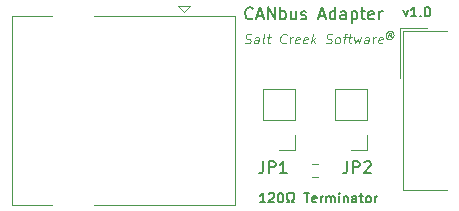
<source format=gbr>
%TF.GenerationSoftware,KiCad,Pcbnew,7.0.1*%
%TF.CreationDate,2023-10-03T11:55:05-04:00*%
%TF.ProjectId,CAN Adapter,43414e20-4164-4617-9074-65722e6b6963,rev?*%
%TF.SameCoordinates,Original*%
%TF.FileFunction,Legend,Top*%
%TF.FilePolarity,Positive*%
%FSLAX46Y46*%
G04 Gerber Fmt 4.6, Leading zero omitted, Abs format (unit mm)*
G04 Created by KiCad (PCBNEW 7.0.1) date 2023-10-03 11:55:05*
%MOMM*%
%LPD*%
G01*
G04 APERTURE LIST*
%ADD10C,0.076200*%
%ADD11C,0.127000*%
%ADD12C,0.101600*%
%ADD13C,0.150000*%
%ADD14C,0.120000*%
G04 APERTURE END LIST*
D10*
X154994428Y-83685259D02*
X154891619Y-83540116D01*
X154776714Y-83685259D02*
X154819047Y-83346592D01*
X154819047Y-83346592D02*
X154964190Y-83346592D01*
X154964190Y-83346592D02*
X155009547Y-83370782D01*
X155009547Y-83370782D02*
X155027690Y-83419163D01*
X155027690Y-83419163D02*
X155021642Y-83467544D01*
X155021642Y-83467544D02*
X154991404Y-83515925D01*
X154991404Y-83515925D02*
X154940000Y-83540116D01*
X154940000Y-83540116D02*
X154794857Y-83540116D01*
X154936976Y-83177259D02*
X154813000Y-83201449D01*
X154813000Y-83201449D02*
X154682976Y-83274020D01*
X154682976Y-83274020D02*
X154595285Y-83394973D01*
X154595285Y-83394973D02*
X154555976Y-83515925D01*
X154555976Y-83515925D02*
X154565047Y-83636878D01*
X154565047Y-83636878D02*
X154622500Y-83757830D01*
X154622500Y-83757830D02*
X154734380Y-83830401D01*
X154734380Y-83830401D02*
X154852309Y-83854592D01*
X154852309Y-83854592D02*
X154976285Y-83830401D01*
X154976285Y-83830401D02*
X155106309Y-83757830D01*
X155106309Y-83757830D02*
X155194000Y-83636878D01*
X155194000Y-83636878D02*
X155233309Y-83515925D01*
X155233309Y-83515925D02*
X155224238Y-83394973D01*
X155224238Y-83394973D02*
X155166785Y-83274020D01*
X155166785Y-83274020D02*
X155054904Y-83201449D01*
X155054904Y-83201449D02*
X154936976Y-83177259D01*
D11*
X156070300Y-81410683D02*
X156260800Y-81944083D01*
X156260800Y-81944083D02*
X156451300Y-81410683D01*
X157175200Y-81944083D02*
X156718000Y-81944083D01*
X156946600Y-81944083D02*
X156946600Y-81143983D01*
X156946600Y-81143983D02*
X156870400Y-81258283D01*
X156870400Y-81258283D02*
X156794200Y-81334483D01*
X156794200Y-81334483D02*
X156718000Y-81372583D01*
X157518100Y-81867883D02*
X157556200Y-81905983D01*
X157556200Y-81905983D02*
X157518100Y-81944083D01*
X157518100Y-81944083D02*
X157480000Y-81905983D01*
X157480000Y-81905983D02*
X157518100Y-81867883D01*
X157518100Y-81867883D02*
X157518100Y-81944083D01*
X158051500Y-81143983D02*
X158127700Y-81143983D01*
X158127700Y-81143983D02*
X158203900Y-81182083D01*
X158203900Y-81182083D02*
X158242000Y-81220183D01*
X158242000Y-81220183D02*
X158280100Y-81296383D01*
X158280100Y-81296383D02*
X158318200Y-81448783D01*
X158318200Y-81448783D02*
X158318200Y-81639283D01*
X158318200Y-81639283D02*
X158280100Y-81791683D01*
X158280100Y-81791683D02*
X158242000Y-81867883D01*
X158242000Y-81867883D02*
X158203900Y-81905983D01*
X158203900Y-81905983D02*
X158127700Y-81944083D01*
X158127700Y-81944083D02*
X158051500Y-81944083D01*
X158051500Y-81944083D02*
X157975300Y-81905983D01*
X157975300Y-81905983D02*
X157937200Y-81867883D01*
X157937200Y-81867883D02*
X157899100Y-81791683D01*
X157899100Y-81791683D02*
X157861000Y-81639283D01*
X157861000Y-81639283D02*
X157861000Y-81448783D01*
X157861000Y-81448783D02*
X157899100Y-81296383D01*
X157899100Y-81296383D02*
X157937200Y-81220183D01*
X157937200Y-81220183D02*
X157975300Y-81182083D01*
X157975300Y-81182083D02*
X158051500Y-81143983D01*
X144373600Y-97692083D02*
X143916400Y-97692083D01*
X144145000Y-97692083D02*
X144145000Y-96891983D01*
X144145000Y-96891983D02*
X144068800Y-97006283D01*
X144068800Y-97006283D02*
X143992600Y-97082483D01*
X143992600Y-97082483D02*
X143916400Y-97120583D01*
X144678400Y-96968183D02*
X144716500Y-96930083D01*
X144716500Y-96930083D02*
X144792700Y-96891983D01*
X144792700Y-96891983D02*
X144983200Y-96891983D01*
X144983200Y-96891983D02*
X145059400Y-96930083D01*
X145059400Y-96930083D02*
X145097500Y-96968183D01*
X145097500Y-96968183D02*
X145135600Y-97044383D01*
X145135600Y-97044383D02*
X145135600Y-97120583D01*
X145135600Y-97120583D02*
X145097500Y-97234883D01*
X145097500Y-97234883D02*
X144640300Y-97692083D01*
X144640300Y-97692083D02*
X145135600Y-97692083D01*
X145630900Y-96891983D02*
X145707100Y-96891983D01*
X145707100Y-96891983D02*
X145783300Y-96930083D01*
X145783300Y-96930083D02*
X145821400Y-96968183D01*
X145821400Y-96968183D02*
X145859500Y-97044383D01*
X145859500Y-97044383D02*
X145897600Y-97196783D01*
X145897600Y-97196783D02*
X145897600Y-97387283D01*
X145897600Y-97387283D02*
X145859500Y-97539683D01*
X145859500Y-97539683D02*
X145821400Y-97615883D01*
X145821400Y-97615883D02*
X145783300Y-97653983D01*
X145783300Y-97653983D02*
X145707100Y-97692083D01*
X145707100Y-97692083D02*
X145630900Y-97692083D01*
X145630900Y-97692083D02*
X145554700Y-97653983D01*
X145554700Y-97653983D02*
X145516600Y-97615883D01*
X145516600Y-97615883D02*
X145478500Y-97539683D01*
X145478500Y-97539683D02*
X145440400Y-97387283D01*
X145440400Y-97387283D02*
X145440400Y-97196783D01*
X145440400Y-97196783D02*
X145478500Y-97044383D01*
X145478500Y-97044383D02*
X145516600Y-96968183D01*
X145516600Y-96968183D02*
X145554700Y-96930083D01*
X145554700Y-96930083D02*
X145630900Y-96891983D01*
X146202400Y-97692083D02*
X146392900Y-97692083D01*
X146392900Y-97692083D02*
X146392900Y-97539683D01*
X146392900Y-97539683D02*
X146316700Y-97501583D01*
X146316700Y-97501583D02*
X146240500Y-97425383D01*
X146240500Y-97425383D02*
X146202400Y-97311083D01*
X146202400Y-97311083D02*
X146202400Y-97120583D01*
X146202400Y-97120583D02*
X146240500Y-97006283D01*
X146240500Y-97006283D02*
X146316700Y-96930083D01*
X146316700Y-96930083D02*
X146431000Y-96891983D01*
X146431000Y-96891983D02*
X146583400Y-96891983D01*
X146583400Y-96891983D02*
X146697700Y-96930083D01*
X146697700Y-96930083D02*
X146773900Y-97006283D01*
X146773900Y-97006283D02*
X146812000Y-97120583D01*
X146812000Y-97120583D02*
X146812000Y-97311083D01*
X146812000Y-97311083D02*
X146773900Y-97425383D01*
X146773900Y-97425383D02*
X146697700Y-97501583D01*
X146697700Y-97501583D02*
X146621500Y-97539683D01*
X146621500Y-97539683D02*
X146621500Y-97692083D01*
X146621500Y-97692083D02*
X146812000Y-97692083D01*
X147650200Y-96891983D02*
X148107400Y-96891983D01*
X147878800Y-97692083D02*
X147878800Y-96891983D01*
X148678900Y-97653983D02*
X148602700Y-97692083D01*
X148602700Y-97692083D02*
X148450300Y-97692083D01*
X148450300Y-97692083D02*
X148374100Y-97653983D01*
X148374100Y-97653983D02*
X148336000Y-97577783D01*
X148336000Y-97577783D02*
X148336000Y-97272983D01*
X148336000Y-97272983D02*
X148374100Y-97196783D01*
X148374100Y-97196783D02*
X148450300Y-97158683D01*
X148450300Y-97158683D02*
X148602700Y-97158683D01*
X148602700Y-97158683D02*
X148678900Y-97196783D01*
X148678900Y-97196783D02*
X148717000Y-97272983D01*
X148717000Y-97272983D02*
X148717000Y-97349183D01*
X148717000Y-97349183D02*
X148336000Y-97425383D01*
X149059900Y-97692083D02*
X149059900Y-97158683D01*
X149059900Y-97311083D02*
X149098000Y-97234883D01*
X149098000Y-97234883D02*
X149136100Y-97196783D01*
X149136100Y-97196783D02*
X149212300Y-97158683D01*
X149212300Y-97158683D02*
X149288500Y-97158683D01*
X149555200Y-97692083D02*
X149555200Y-97158683D01*
X149555200Y-97234883D02*
X149593300Y-97196783D01*
X149593300Y-97196783D02*
X149669500Y-97158683D01*
X149669500Y-97158683D02*
X149783800Y-97158683D01*
X149783800Y-97158683D02*
X149860000Y-97196783D01*
X149860000Y-97196783D02*
X149898100Y-97272983D01*
X149898100Y-97272983D02*
X149898100Y-97692083D01*
X149898100Y-97272983D02*
X149936200Y-97196783D01*
X149936200Y-97196783D02*
X150012400Y-97158683D01*
X150012400Y-97158683D02*
X150126700Y-97158683D01*
X150126700Y-97158683D02*
X150202900Y-97196783D01*
X150202900Y-97196783D02*
X150241000Y-97272983D01*
X150241000Y-97272983D02*
X150241000Y-97692083D01*
X150622000Y-97692083D02*
X150622000Y-97158683D01*
X150622000Y-96891983D02*
X150583900Y-96930083D01*
X150583900Y-96930083D02*
X150622000Y-96968183D01*
X150622000Y-96968183D02*
X150660100Y-96930083D01*
X150660100Y-96930083D02*
X150622000Y-96891983D01*
X150622000Y-96891983D02*
X150622000Y-96968183D01*
X151003000Y-97158683D02*
X151003000Y-97692083D01*
X151003000Y-97234883D02*
X151041100Y-97196783D01*
X151041100Y-97196783D02*
X151117300Y-97158683D01*
X151117300Y-97158683D02*
X151231600Y-97158683D01*
X151231600Y-97158683D02*
X151307800Y-97196783D01*
X151307800Y-97196783D02*
X151345900Y-97272983D01*
X151345900Y-97272983D02*
X151345900Y-97692083D01*
X152069800Y-97692083D02*
X152069800Y-97272983D01*
X152069800Y-97272983D02*
X152031700Y-97196783D01*
X152031700Y-97196783D02*
X151955500Y-97158683D01*
X151955500Y-97158683D02*
X151803100Y-97158683D01*
X151803100Y-97158683D02*
X151726900Y-97196783D01*
X152069800Y-97653983D02*
X151993600Y-97692083D01*
X151993600Y-97692083D02*
X151803100Y-97692083D01*
X151803100Y-97692083D02*
X151726900Y-97653983D01*
X151726900Y-97653983D02*
X151688800Y-97577783D01*
X151688800Y-97577783D02*
X151688800Y-97501583D01*
X151688800Y-97501583D02*
X151726900Y-97425383D01*
X151726900Y-97425383D02*
X151803100Y-97387283D01*
X151803100Y-97387283D02*
X151993600Y-97387283D01*
X151993600Y-97387283D02*
X152069800Y-97349183D01*
X152336500Y-97158683D02*
X152641300Y-97158683D01*
X152450800Y-96891983D02*
X152450800Y-97577783D01*
X152450800Y-97577783D02*
X152488900Y-97653983D01*
X152488900Y-97653983D02*
X152565100Y-97692083D01*
X152565100Y-97692083D02*
X152641300Y-97692083D01*
X153022300Y-97692083D02*
X152946100Y-97653983D01*
X152946100Y-97653983D02*
X152908000Y-97615883D01*
X152908000Y-97615883D02*
X152869900Y-97539683D01*
X152869900Y-97539683D02*
X152869900Y-97311083D01*
X152869900Y-97311083D02*
X152908000Y-97234883D01*
X152908000Y-97234883D02*
X152946100Y-97196783D01*
X152946100Y-97196783D02*
X153022300Y-97158683D01*
X153022300Y-97158683D02*
X153136600Y-97158683D01*
X153136600Y-97158683D02*
X153212800Y-97196783D01*
X153212800Y-97196783D02*
X153250900Y-97234883D01*
X153250900Y-97234883D02*
X153289000Y-97311083D01*
X153289000Y-97311083D02*
X153289000Y-97539683D01*
X153289000Y-97539683D02*
X153250900Y-97615883D01*
X153250900Y-97615883D02*
X153212800Y-97653983D01*
X153212800Y-97653983D02*
X153136600Y-97692083D01*
X153136600Y-97692083D02*
X153022300Y-97692083D01*
X153631900Y-97692083D02*
X153631900Y-97158683D01*
X153631900Y-97311083D02*
X153670000Y-97234883D01*
X153670000Y-97234883D02*
X153708100Y-97196783D01*
X153708100Y-97196783D02*
X153784300Y-97158683D01*
X153784300Y-97158683D02*
X153860500Y-97158683D01*
D12*
X142646400Y-84191983D02*
X142755937Y-84230083D01*
X142755937Y-84230083D02*
X142946437Y-84230083D01*
X142946437Y-84230083D02*
X143027400Y-84191983D01*
X143027400Y-84191983D02*
X143070262Y-84153883D01*
X143070262Y-84153883D02*
X143117887Y-84077683D01*
X143117887Y-84077683D02*
X143127412Y-84001483D01*
X143127412Y-84001483D02*
X143098837Y-83925283D01*
X143098837Y-83925283D02*
X143065500Y-83887183D01*
X143065500Y-83887183D02*
X142994062Y-83849083D01*
X142994062Y-83849083D02*
X142846425Y-83810983D01*
X142846425Y-83810983D02*
X142774987Y-83772883D01*
X142774987Y-83772883D02*
X142741650Y-83734783D01*
X142741650Y-83734783D02*
X142713075Y-83658583D01*
X142713075Y-83658583D02*
X142722600Y-83582383D01*
X142722600Y-83582383D02*
X142770225Y-83506183D01*
X142770225Y-83506183D02*
X142813087Y-83468083D01*
X142813087Y-83468083D02*
X142894050Y-83429983D01*
X142894050Y-83429983D02*
X143084550Y-83429983D01*
X143084550Y-83429983D02*
X143194087Y-83468083D01*
X143779875Y-84230083D02*
X143832263Y-83810983D01*
X143832263Y-83810983D02*
X143803688Y-83734783D01*
X143803688Y-83734783D02*
X143732250Y-83696683D01*
X143732250Y-83696683D02*
X143579850Y-83696683D01*
X143579850Y-83696683D02*
X143498888Y-83734783D01*
X143784638Y-84191983D02*
X143703675Y-84230083D01*
X143703675Y-84230083D02*
X143513175Y-84230083D01*
X143513175Y-84230083D02*
X143441738Y-84191983D01*
X143441738Y-84191983D02*
X143413163Y-84115783D01*
X143413163Y-84115783D02*
X143422688Y-84039583D01*
X143422688Y-84039583D02*
X143470313Y-83963383D01*
X143470313Y-83963383D02*
X143551275Y-83925283D01*
X143551275Y-83925283D02*
X143741775Y-83925283D01*
X143741775Y-83925283D02*
X143822738Y-83887183D01*
X144270412Y-84230083D02*
X144198975Y-84191983D01*
X144198975Y-84191983D02*
X144170400Y-84115783D01*
X144170400Y-84115783D02*
X144256125Y-83429983D01*
X144522824Y-83696683D02*
X144827624Y-83696683D01*
X144670462Y-83429983D02*
X144584737Y-84115783D01*
X144584737Y-84115783D02*
X144613312Y-84191983D01*
X144613312Y-84191983D02*
X144684749Y-84230083D01*
X144684749Y-84230083D02*
X144760949Y-84230083D01*
X146099212Y-84153883D02*
X146056350Y-84191983D01*
X146056350Y-84191983D02*
X145937287Y-84230083D01*
X145937287Y-84230083D02*
X145861087Y-84230083D01*
X145861087Y-84230083D02*
X145751550Y-84191983D01*
X145751550Y-84191983D02*
X145684875Y-84115783D01*
X145684875Y-84115783D02*
X145656300Y-84039583D01*
X145656300Y-84039583D02*
X145637250Y-83887183D01*
X145637250Y-83887183D02*
X145651537Y-83772883D01*
X145651537Y-83772883D02*
X145708687Y-83620483D01*
X145708687Y-83620483D02*
X145756312Y-83544283D01*
X145756312Y-83544283D02*
X145842037Y-83468083D01*
X145842037Y-83468083D02*
X145961100Y-83429983D01*
X145961100Y-83429983D02*
X146037300Y-83429983D01*
X146037300Y-83429983D02*
X146146837Y-83468083D01*
X146146837Y-83468083D02*
X146180175Y-83506183D01*
X146427825Y-84230083D02*
X146494500Y-83696683D01*
X146475450Y-83849083D02*
X146523075Y-83772883D01*
X146523075Y-83772883D02*
X146565938Y-83734783D01*
X146565938Y-83734783D02*
X146646900Y-83696683D01*
X146646900Y-83696683D02*
X146723100Y-83696683D01*
X147227926Y-84191983D02*
X147146963Y-84230083D01*
X147146963Y-84230083D02*
X146994563Y-84230083D01*
X146994563Y-84230083D02*
X146923126Y-84191983D01*
X146923126Y-84191983D02*
X146894551Y-84115783D01*
X146894551Y-84115783D02*
X146932651Y-83810983D01*
X146932651Y-83810983D02*
X146980276Y-83734783D01*
X146980276Y-83734783D02*
X147061238Y-83696683D01*
X147061238Y-83696683D02*
X147213638Y-83696683D01*
X147213638Y-83696683D02*
X147285076Y-83734783D01*
X147285076Y-83734783D02*
X147313651Y-83810983D01*
X147313651Y-83810983D02*
X147304126Y-83887183D01*
X147304126Y-83887183D02*
X146913601Y-83963383D01*
X147908964Y-84191983D02*
X147828001Y-84230083D01*
X147828001Y-84230083D02*
X147675601Y-84230083D01*
X147675601Y-84230083D02*
X147604164Y-84191983D01*
X147604164Y-84191983D02*
X147575589Y-84115783D01*
X147575589Y-84115783D02*
X147613689Y-83810983D01*
X147613689Y-83810983D02*
X147661314Y-83734783D01*
X147661314Y-83734783D02*
X147742276Y-83696683D01*
X147742276Y-83696683D02*
X147894676Y-83696683D01*
X147894676Y-83696683D02*
X147966114Y-83734783D01*
X147966114Y-83734783D02*
X147994689Y-83810983D01*
X147994689Y-83810983D02*
X147985164Y-83887183D01*
X147985164Y-83887183D02*
X147594639Y-83963383D01*
X148280439Y-84230083D02*
X148380452Y-83429983D01*
X148394739Y-83925283D02*
X148585239Y-84230083D01*
X148651914Y-83696683D02*
X148309014Y-84001483D01*
X149499640Y-84191983D02*
X149609177Y-84230083D01*
X149609177Y-84230083D02*
X149799677Y-84230083D01*
X149799677Y-84230083D02*
X149880640Y-84191983D01*
X149880640Y-84191983D02*
X149923502Y-84153883D01*
X149923502Y-84153883D02*
X149971127Y-84077683D01*
X149971127Y-84077683D02*
X149980652Y-84001483D01*
X149980652Y-84001483D02*
X149952077Y-83925283D01*
X149952077Y-83925283D02*
X149918740Y-83887183D01*
X149918740Y-83887183D02*
X149847302Y-83849083D01*
X149847302Y-83849083D02*
X149699665Y-83810983D01*
X149699665Y-83810983D02*
X149628227Y-83772883D01*
X149628227Y-83772883D02*
X149594890Y-83734783D01*
X149594890Y-83734783D02*
X149566315Y-83658583D01*
X149566315Y-83658583D02*
X149575840Y-83582383D01*
X149575840Y-83582383D02*
X149623465Y-83506183D01*
X149623465Y-83506183D02*
X149666327Y-83468083D01*
X149666327Y-83468083D02*
X149747290Y-83429983D01*
X149747290Y-83429983D02*
X149937790Y-83429983D01*
X149937790Y-83429983D02*
X150047327Y-83468083D01*
X150404515Y-84230083D02*
X150333078Y-84191983D01*
X150333078Y-84191983D02*
X150299740Y-84153883D01*
X150299740Y-84153883D02*
X150271165Y-84077683D01*
X150271165Y-84077683D02*
X150299740Y-83849083D01*
X150299740Y-83849083D02*
X150347365Y-83772883D01*
X150347365Y-83772883D02*
X150390228Y-83734783D01*
X150390228Y-83734783D02*
X150471190Y-83696683D01*
X150471190Y-83696683D02*
X150585490Y-83696683D01*
X150585490Y-83696683D02*
X150656928Y-83734783D01*
X150656928Y-83734783D02*
X150690265Y-83772883D01*
X150690265Y-83772883D02*
X150718840Y-83849083D01*
X150718840Y-83849083D02*
X150690265Y-84077683D01*
X150690265Y-84077683D02*
X150642640Y-84153883D01*
X150642640Y-84153883D02*
X150599778Y-84191983D01*
X150599778Y-84191983D02*
X150518815Y-84230083D01*
X150518815Y-84230083D02*
X150404515Y-84230083D01*
X150961727Y-83696683D02*
X151266527Y-83696683D01*
X151009352Y-84230083D02*
X151095077Y-83544283D01*
X151095077Y-83544283D02*
X151142702Y-83468083D01*
X151142702Y-83468083D02*
X151223665Y-83429983D01*
X151223665Y-83429983D02*
X151299865Y-83429983D01*
X151414165Y-83696683D02*
X151718965Y-83696683D01*
X151561803Y-83429983D02*
X151476078Y-84115783D01*
X151476078Y-84115783D02*
X151504653Y-84191983D01*
X151504653Y-84191983D02*
X151576090Y-84230083D01*
X151576090Y-84230083D02*
X151652290Y-84230083D01*
X151904703Y-83696683D02*
X151990428Y-84230083D01*
X151990428Y-84230083D02*
X152190453Y-83849083D01*
X152190453Y-83849083D02*
X152295228Y-84230083D01*
X152295228Y-84230083D02*
X152514303Y-83696683D01*
X153090565Y-84230083D02*
X153142953Y-83810983D01*
X153142953Y-83810983D02*
X153114378Y-83734783D01*
X153114378Y-83734783D02*
X153042940Y-83696683D01*
X153042940Y-83696683D02*
X152890540Y-83696683D01*
X152890540Y-83696683D02*
X152809578Y-83734783D01*
X153095328Y-84191983D02*
X153014365Y-84230083D01*
X153014365Y-84230083D02*
X152823865Y-84230083D01*
X152823865Y-84230083D02*
X152752428Y-84191983D01*
X152752428Y-84191983D02*
X152723853Y-84115783D01*
X152723853Y-84115783D02*
X152733378Y-84039583D01*
X152733378Y-84039583D02*
X152781003Y-83963383D01*
X152781003Y-83963383D02*
X152861965Y-83925283D01*
X152861965Y-83925283D02*
X153052465Y-83925283D01*
X153052465Y-83925283D02*
X153133428Y-83887183D01*
X153466802Y-84230083D02*
X153533477Y-83696683D01*
X153514427Y-83849083D02*
X153562052Y-83772883D01*
X153562052Y-83772883D02*
X153604915Y-83734783D01*
X153604915Y-83734783D02*
X153685877Y-83696683D01*
X153685877Y-83696683D02*
X153762077Y-83696683D01*
X154266903Y-84191983D02*
X154185940Y-84230083D01*
X154185940Y-84230083D02*
X154033540Y-84230083D01*
X154033540Y-84230083D02*
X153962103Y-84191983D01*
X153962103Y-84191983D02*
X153933528Y-84115783D01*
X153933528Y-84115783D02*
X153971628Y-83810983D01*
X153971628Y-83810983D02*
X154019253Y-83734783D01*
X154019253Y-83734783D02*
X154100215Y-83696683D01*
X154100215Y-83696683D02*
X154252615Y-83696683D01*
X154252615Y-83696683D02*
X154324053Y-83734783D01*
X154324053Y-83734783D02*
X154352628Y-83810983D01*
X154352628Y-83810983D02*
X154343103Y-83887183D01*
X154343103Y-83887183D02*
X153952578Y-83963383D01*
D13*
X143303523Y-82078380D02*
X143255904Y-82126000D01*
X143255904Y-82126000D02*
X143113047Y-82173619D01*
X143113047Y-82173619D02*
X143017809Y-82173619D01*
X143017809Y-82173619D02*
X142874952Y-82126000D01*
X142874952Y-82126000D02*
X142779714Y-82030761D01*
X142779714Y-82030761D02*
X142732095Y-81935523D01*
X142732095Y-81935523D02*
X142684476Y-81745047D01*
X142684476Y-81745047D02*
X142684476Y-81602190D01*
X142684476Y-81602190D02*
X142732095Y-81411714D01*
X142732095Y-81411714D02*
X142779714Y-81316476D01*
X142779714Y-81316476D02*
X142874952Y-81221238D01*
X142874952Y-81221238D02*
X143017809Y-81173619D01*
X143017809Y-81173619D02*
X143113047Y-81173619D01*
X143113047Y-81173619D02*
X143255904Y-81221238D01*
X143255904Y-81221238D02*
X143303523Y-81268857D01*
X143684476Y-81887904D02*
X144160666Y-81887904D01*
X143589238Y-82173619D02*
X143922571Y-81173619D01*
X143922571Y-81173619D02*
X144255904Y-82173619D01*
X144589238Y-82173619D02*
X144589238Y-81173619D01*
X144589238Y-81173619D02*
X145160666Y-82173619D01*
X145160666Y-82173619D02*
X145160666Y-81173619D01*
X145636857Y-82173619D02*
X145636857Y-81173619D01*
X145636857Y-81554571D02*
X145732095Y-81506952D01*
X145732095Y-81506952D02*
X145922571Y-81506952D01*
X145922571Y-81506952D02*
X146017809Y-81554571D01*
X146017809Y-81554571D02*
X146065428Y-81602190D01*
X146065428Y-81602190D02*
X146113047Y-81697428D01*
X146113047Y-81697428D02*
X146113047Y-81983142D01*
X146113047Y-81983142D02*
X146065428Y-82078380D01*
X146065428Y-82078380D02*
X146017809Y-82126000D01*
X146017809Y-82126000D02*
X145922571Y-82173619D01*
X145922571Y-82173619D02*
X145732095Y-82173619D01*
X145732095Y-82173619D02*
X145636857Y-82126000D01*
X146970190Y-81506952D02*
X146970190Y-82173619D01*
X146541619Y-81506952D02*
X146541619Y-82030761D01*
X146541619Y-82030761D02*
X146589238Y-82126000D01*
X146589238Y-82126000D02*
X146684476Y-82173619D01*
X146684476Y-82173619D02*
X146827333Y-82173619D01*
X146827333Y-82173619D02*
X146922571Y-82126000D01*
X146922571Y-82126000D02*
X146970190Y-82078380D01*
X147398762Y-82126000D02*
X147494000Y-82173619D01*
X147494000Y-82173619D02*
X147684476Y-82173619D01*
X147684476Y-82173619D02*
X147779714Y-82126000D01*
X147779714Y-82126000D02*
X147827333Y-82030761D01*
X147827333Y-82030761D02*
X147827333Y-81983142D01*
X147827333Y-81983142D02*
X147779714Y-81887904D01*
X147779714Y-81887904D02*
X147684476Y-81840285D01*
X147684476Y-81840285D02*
X147541619Y-81840285D01*
X147541619Y-81840285D02*
X147446381Y-81792666D01*
X147446381Y-81792666D02*
X147398762Y-81697428D01*
X147398762Y-81697428D02*
X147398762Y-81649809D01*
X147398762Y-81649809D02*
X147446381Y-81554571D01*
X147446381Y-81554571D02*
X147541619Y-81506952D01*
X147541619Y-81506952D02*
X147684476Y-81506952D01*
X147684476Y-81506952D02*
X147779714Y-81554571D01*
X148970191Y-81887904D02*
X149446381Y-81887904D01*
X148874953Y-82173619D02*
X149208286Y-81173619D01*
X149208286Y-81173619D02*
X149541619Y-82173619D01*
X150303524Y-82173619D02*
X150303524Y-81173619D01*
X150303524Y-82126000D02*
X150208286Y-82173619D01*
X150208286Y-82173619D02*
X150017810Y-82173619D01*
X150017810Y-82173619D02*
X149922572Y-82126000D01*
X149922572Y-82126000D02*
X149874953Y-82078380D01*
X149874953Y-82078380D02*
X149827334Y-81983142D01*
X149827334Y-81983142D02*
X149827334Y-81697428D01*
X149827334Y-81697428D02*
X149874953Y-81602190D01*
X149874953Y-81602190D02*
X149922572Y-81554571D01*
X149922572Y-81554571D02*
X150017810Y-81506952D01*
X150017810Y-81506952D02*
X150208286Y-81506952D01*
X150208286Y-81506952D02*
X150303524Y-81554571D01*
X151208286Y-82173619D02*
X151208286Y-81649809D01*
X151208286Y-81649809D02*
X151160667Y-81554571D01*
X151160667Y-81554571D02*
X151065429Y-81506952D01*
X151065429Y-81506952D02*
X150874953Y-81506952D01*
X150874953Y-81506952D02*
X150779715Y-81554571D01*
X151208286Y-82126000D02*
X151113048Y-82173619D01*
X151113048Y-82173619D02*
X150874953Y-82173619D01*
X150874953Y-82173619D02*
X150779715Y-82126000D01*
X150779715Y-82126000D02*
X150732096Y-82030761D01*
X150732096Y-82030761D02*
X150732096Y-81935523D01*
X150732096Y-81935523D02*
X150779715Y-81840285D01*
X150779715Y-81840285D02*
X150874953Y-81792666D01*
X150874953Y-81792666D02*
X151113048Y-81792666D01*
X151113048Y-81792666D02*
X151208286Y-81745047D01*
X151684477Y-81506952D02*
X151684477Y-82506952D01*
X151684477Y-81554571D02*
X151779715Y-81506952D01*
X151779715Y-81506952D02*
X151970191Y-81506952D01*
X151970191Y-81506952D02*
X152065429Y-81554571D01*
X152065429Y-81554571D02*
X152113048Y-81602190D01*
X152113048Y-81602190D02*
X152160667Y-81697428D01*
X152160667Y-81697428D02*
X152160667Y-81983142D01*
X152160667Y-81983142D02*
X152113048Y-82078380D01*
X152113048Y-82078380D02*
X152065429Y-82126000D01*
X152065429Y-82126000D02*
X151970191Y-82173619D01*
X151970191Y-82173619D02*
X151779715Y-82173619D01*
X151779715Y-82173619D02*
X151684477Y-82126000D01*
X152446382Y-81506952D02*
X152827334Y-81506952D01*
X152589239Y-81173619D02*
X152589239Y-82030761D01*
X152589239Y-82030761D02*
X152636858Y-82126000D01*
X152636858Y-82126000D02*
X152732096Y-82173619D01*
X152732096Y-82173619D02*
X152827334Y-82173619D01*
X153541620Y-82126000D02*
X153446382Y-82173619D01*
X153446382Y-82173619D02*
X153255906Y-82173619D01*
X153255906Y-82173619D02*
X153160668Y-82126000D01*
X153160668Y-82126000D02*
X153113049Y-82030761D01*
X153113049Y-82030761D02*
X153113049Y-81649809D01*
X153113049Y-81649809D02*
X153160668Y-81554571D01*
X153160668Y-81554571D02*
X153255906Y-81506952D01*
X153255906Y-81506952D02*
X153446382Y-81506952D01*
X153446382Y-81506952D02*
X153541620Y-81554571D01*
X153541620Y-81554571D02*
X153589239Y-81649809D01*
X153589239Y-81649809D02*
X153589239Y-81745047D01*
X153589239Y-81745047D02*
X153113049Y-81840285D01*
X154017811Y-82173619D02*
X154017811Y-81506952D01*
X154017811Y-81697428D02*
X154065430Y-81602190D01*
X154065430Y-81602190D02*
X154113049Y-81554571D01*
X154113049Y-81554571D02*
X154208287Y-81506952D01*
X154208287Y-81506952D02*
X154303525Y-81506952D01*
%TO.C,JP1*%
X144200666Y-94204619D02*
X144200666Y-94918904D01*
X144200666Y-94918904D02*
X144153047Y-95061761D01*
X144153047Y-95061761D02*
X144057809Y-95157000D01*
X144057809Y-95157000D02*
X143914952Y-95204619D01*
X143914952Y-95204619D02*
X143819714Y-95204619D01*
X144676857Y-95204619D02*
X144676857Y-94204619D01*
X144676857Y-94204619D02*
X145057809Y-94204619D01*
X145057809Y-94204619D02*
X145153047Y-94252238D01*
X145153047Y-94252238D02*
X145200666Y-94299857D01*
X145200666Y-94299857D02*
X145248285Y-94395095D01*
X145248285Y-94395095D02*
X145248285Y-94537952D01*
X145248285Y-94537952D02*
X145200666Y-94633190D01*
X145200666Y-94633190D02*
X145153047Y-94680809D01*
X145153047Y-94680809D02*
X145057809Y-94728428D01*
X145057809Y-94728428D02*
X144676857Y-94728428D01*
X146200666Y-95204619D02*
X145629238Y-95204619D01*
X145914952Y-95204619D02*
X145914952Y-94204619D01*
X145914952Y-94204619D02*
X145819714Y-94347476D01*
X145819714Y-94347476D02*
X145724476Y-94442714D01*
X145724476Y-94442714D02*
X145629238Y-94490333D01*
%TO.C,JP2*%
X151312666Y-94204619D02*
X151312666Y-94918904D01*
X151312666Y-94918904D02*
X151265047Y-95061761D01*
X151265047Y-95061761D02*
X151169809Y-95157000D01*
X151169809Y-95157000D02*
X151026952Y-95204619D01*
X151026952Y-95204619D02*
X150931714Y-95204619D01*
X151788857Y-95204619D02*
X151788857Y-94204619D01*
X151788857Y-94204619D02*
X152169809Y-94204619D01*
X152169809Y-94204619D02*
X152265047Y-94252238D01*
X152265047Y-94252238D02*
X152312666Y-94299857D01*
X152312666Y-94299857D02*
X152360285Y-94395095D01*
X152360285Y-94395095D02*
X152360285Y-94537952D01*
X152360285Y-94537952D02*
X152312666Y-94633190D01*
X152312666Y-94633190D02*
X152265047Y-94680809D01*
X152265047Y-94680809D02*
X152169809Y-94728428D01*
X152169809Y-94728428D02*
X151788857Y-94728428D01*
X152741238Y-94299857D02*
X152788857Y-94252238D01*
X152788857Y-94252238D02*
X152884095Y-94204619D01*
X152884095Y-94204619D02*
X153122190Y-94204619D01*
X153122190Y-94204619D02*
X153217428Y-94252238D01*
X153217428Y-94252238D02*
X153265047Y-94299857D01*
X153265047Y-94299857D02*
X153312666Y-94395095D01*
X153312666Y-94395095D02*
X153312666Y-94490333D01*
X153312666Y-94490333D02*
X153265047Y-94633190D01*
X153265047Y-94633190D02*
X152693619Y-95204619D01*
X152693619Y-95204619D02*
X153312666Y-95204619D01*
D14*
%TO.C,JP1*%
X146872000Y-93278000D02*
X145542000Y-93278000D01*
X146872000Y-91948000D02*
X146872000Y-93278000D01*
X146872000Y-90678000D02*
X146872000Y-88078000D01*
X146872000Y-90678000D02*
X144212000Y-90678000D01*
X146872000Y-88078000D02*
X144212000Y-88078000D01*
X144212000Y-90678000D02*
X144212000Y-88078000D01*
%TO.C,JP2*%
X152968000Y-93278000D02*
X151638000Y-93278000D01*
X152968000Y-91948000D02*
X152968000Y-93278000D01*
X152968000Y-90678000D02*
X152968000Y-88078000D01*
X152968000Y-90678000D02*
X150308000Y-90678000D01*
X152968000Y-88078000D02*
X150308000Y-88078000D01*
X150308000Y-90678000D02*
X150308000Y-88078000D01*
%TO.C,J1*%
X156037500Y-96639333D02*
X159777500Y-96639333D01*
X156037500Y-83192667D02*
X156037500Y-96639333D01*
X159777500Y-83192667D02*
X156037500Y-83192667D01*
X155797500Y-82952667D02*
X155797500Y-87146000D01*
X158037500Y-82952667D02*
X155797500Y-82952667D01*
%TO.C,R1*%
X148844724Y-95518500D02*
X148335276Y-95518500D01*
X148844724Y-94473500D02*
X148335276Y-94473500D01*
%TO.C,J2*%
X137997000Y-81030000D02*
X136981000Y-81030000D01*
X136981000Y-81030000D02*
X137489000Y-81538000D01*
X137489000Y-81538000D02*
X137997000Y-81030000D01*
X141769000Y-81906000D02*
X129839000Y-81906000D01*
X126339000Y-81906000D02*
X122899000Y-81906000D01*
X141769000Y-97926000D02*
X141769000Y-81906000D01*
X141769000Y-97926000D02*
X129839000Y-97926000D01*
X126339000Y-97926000D02*
X122899000Y-97926000D01*
X122899000Y-97926000D02*
X122899000Y-81906000D01*
%TD*%
M02*

</source>
